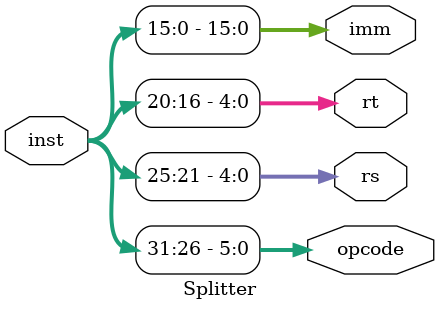
<source format=v>
module Splitter(inst,opcode,rs,rt,imm);  //32 bit Instruction 31-26 Opcode
					       //rs 25-21 rt 20-16 immidiate value 15-0
input [31:0] inst;


output [5:0] opcode;
output [4:0] rs;
output [4:0] rt;
output [15:0] imm;


reg [4:0] rs;
reg [4:0] rt;
reg [15:0] imm;

assign opcode = inst[31:26];

always @(opcode)//If Opcode Value is Zero we can Ignore because its going to be R Type 
		//This is required for assiging values to registers
begin
  
	//For I-Type Instructions Only 
	rs = inst[25:21];
	rt = inst[20:16];
	imm = inst[15:0];
	

end

endmodule



</source>
